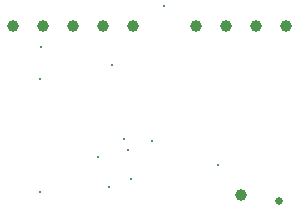
<source format=gbr>
%TF.GenerationSoftware,KiCad,Pcbnew,8.0.1*%
%TF.CreationDate,2025-01-27T15:51:25-05:00*%
%TF.ProjectId,PHY,5048592e-6b69-4636-9164-5f7063625858,rev?*%
%TF.SameCoordinates,Original*%
%TF.FileFunction,Plated,1,2,PTH,Drill*%
%TF.FilePolarity,Positive*%
%FSLAX46Y46*%
G04 Gerber Fmt 4.6, Leading zero omitted, Abs format (unit mm)*
G04 Created by KiCad (PCBNEW 8.0.1) date 2025-01-27 15:51:25*
%MOMM*%
%LPD*%
G01*
G04 APERTURE LIST*
%TA.AperFunction,ViaDrill*%
%ADD10C,0.300000*%
%TD*%
%TA.AperFunction,ComponentDrill*%
%ADD11C,0.650000*%
%TD*%
%TA.AperFunction,ComponentDrill*%
%ADD12C,1.000000*%
%TD*%
G04 APERTURE END LIST*
D10*
X142100000Y-81300000D03*
X142100000Y-90800000D03*
X142200000Y-78550000D03*
X147000000Y-87900000D03*
X148000000Y-90400000D03*
X148200000Y-80100000D03*
X149200935Y-86325038D03*
X149592466Y-87285878D03*
X149800000Y-89700000D03*
X151572850Y-86502067D03*
X152600000Y-75100000D03*
X157209303Y-88516593D03*
D11*
%TO.C,J3*%
X162400000Y-91600000D03*
D12*
%TO.C,J2*%
X139840000Y-76800000D03*
X142380000Y-76800000D03*
X144920000Y-76800000D03*
X147460000Y-76800000D03*
X150000000Y-76800000D03*
%TO.C,U3*%
X155340000Y-76800000D03*
X157880000Y-76800000D03*
%TO.C,J4*%
X159100000Y-91100000D03*
%TO.C,U3*%
X160420000Y-76800000D03*
X162960000Y-76800000D03*
M02*

</source>
